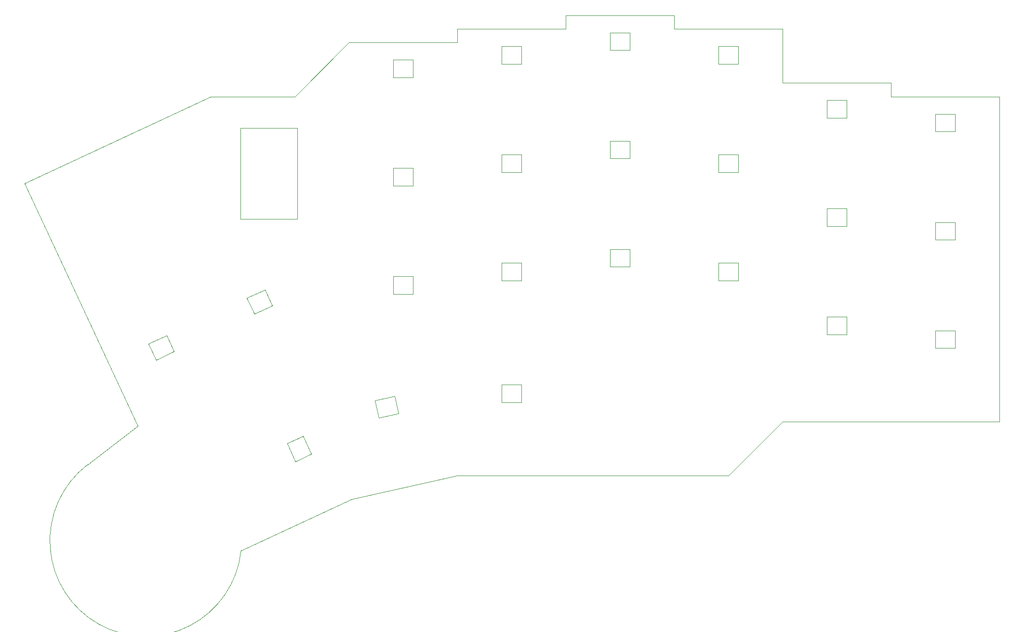
<source format=gbr>
%TF.GenerationSoftware,KiCad,Pcbnew,7.0.5*%
%TF.CreationDate,2024-03-19T12:28:54+08:00*%
%TF.ProjectId,Prime52right,5072696d-6535-4327-9269-6768742e6b69,rev?*%
%TF.SameCoordinates,Original*%
%TF.FileFunction,Profile,NP*%
%FSLAX46Y46*%
G04 Gerber Fmt 4.6, Leading zero omitted, Abs format (unit mm)*
G04 Created by KiCad (PCBNEW 7.0.5) date 2024-03-19 12:28:54*
%MOMM*%
%LPD*%
G01*
G04 APERTURE LIST*
%TA.AperFunction,Profile*%
%ADD10C,0.100000*%
%TD*%
%TA.AperFunction,Profile*%
%ADD11C,0.120000*%
%TD*%
%TA.AperFunction,Profile*%
%ADD12C,0.050000*%
%TD*%
G04 APERTURE END LIST*
D10*
X364057559Y-76988951D02*
X364057559Y-79369951D01*
X287857559Y-67463951D02*
X306907559Y-67463951D01*
X345007559Y-67463951D02*
X345007559Y-76988951D01*
X345007559Y-136519951D02*
X335482559Y-146044951D01*
X383107559Y-136519951D02*
X345007559Y-136519951D01*
X287857559Y-69844951D02*
X268807559Y-69844951D01*
X268807559Y-69844951D02*
X259282559Y-79369951D01*
X269259368Y-150167807D02*
X249847227Y-159219715D01*
X383107559Y-79369951D02*
X383107559Y-136519951D01*
X269258325Y-150166864D02*
X287857559Y-146044951D01*
X364057559Y-79369951D02*
X383107559Y-79369951D01*
X345007559Y-76988951D02*
X364057559Y-76988951D01*
X325957559Y-65081951D02*
X325957559Y-67463951D01*
X211824578Y-94616126D02*
X244527840Y-79369951D01*
X211825380Y-94616517D02*
X231740000Y-137300000D01*
X287857559Y-146044951D02*
X335482559Y-146044951D01*
X222845337Y-144142486D02*
X231740000Y-137300000D01*
X306907559Y-65081951D02*
X325957559Y-65081951D01*
X259282559Y-79369951D02*
X244527840Y-79369951D01*
X306907559Y-67463951D02*
X306907559Y-65081951D01*
X325957559Y-67463951D02*
X345007559Y-67463951D01*
X287857559Y-69844951D02*
X287857559Y-67463951D01*
X222845340Y-144142490D02*
G75*
G03*
X249847227Y-159219715I10251360J-13358310D01*
G01*
D11*
%TO.C,RE2*%
X259758000Y-100895000D02*
X259758000Y-84895000D01*
X259758000Y-100895000D02*
X249758000Y-100895000D01*
X259758000Y-84895000D02*
X249758000Y-84895000D01*
X249758000Y-84895000D02*
X249758000Y-100895000D01*
D12*
%TO.C,L42*%
X352783000Y-99084000D02*
X352783000Y-102184000D01*
X352783000Y-102184000D02*
X356283000Y-102184000D01*
X356283000Y-99084000D02*
X352783000Y-99084000D01*
X356283000Y-102184000D02*
X356283000Y-99084000D01*
%TO.C,L31*%
X299133000Y-73609000D02*
X299133000Y-70509000D01*
X299133000Y-70509000D02*
X295633000Y-70509000D01*
X295633000Y-73609000D02*
X299133000Y-73609000D01*
X295633000Y-70509000D02*
X295633000Y-73609000D01*
%TO.C,L24*%
X233577903Y-122871805D02*
X234888020Y-125681359D01*
X234888020Y-125681359D02*
X238060097Y-124202195D01*
X236749980Y-121392641D02*
X233577903Y-122871805D01*
X238060097Y-124202195D02*
X236749980Y-121392641D01*
%TO.C,L44*%
X375333000Y-85515000D02*
X375333000Y-82415000D01*
X375333000Y-82415000D02*
X371833000Y-82415000D01*
X371833000Y-85515000D02*
X375333000Y-85515000D01*
X371833000Y-82415000D02*
X371833000Y-85515000D01*
%TO.C,L34*%
X295633000Y-130040000D02*
X295633000Y-133140000D01*
X295633000Y-133140000D02*
X299133000Y-133140000D01*
X299133000Y-130040000D02*
X295633000Y-130040000D01*
X299133000Y-133140000D02*
X299133000Y-130040000D01*
%TO.C,L43*%
X352783000Y-80034000D02*
X352783000Y-83134000D01*
X352783000Y-83134000D02*
X356283000Y-83134000D01*
X356283000Y-80034000D02*
X352783000Y-80034000D01*
X356283000Y-83134000D02*
X356283000Y-80034000D01*
%TO.C,L41*%
X352783000Y-118134000D02*
X352783000Y-121234000D01*
X352783000Y-121234000D02*
X356283000Y-121234000D01*
X356283000Y-118134000D02*
X352783000Y-118134000D01*
X356283000Y-121234000D02*
X356283000Y-118134000D01*
%TO.C,L26*%
X260727085Y-139076055D02*
X257917531Y-140386172D01*
X257917531Y-140386172D02*
X259396695Y-143558249D01*
X262206249Y-142248132D02*
X260727085Y-139076055D01*
X259396695Y-143558249D02*
X262206249Y-142248132D01*
%TO.C,L39*%
X337233000Y-92659000D02*
X337233000Y-89559000D01*
X337233000Y-89559000D02*
X333733000Y-89559000D01*
X333733000Y-92659000D02*
X337233000Y-92659000D01*
X333733000Y-89559000D02*
X333733000Y-92659000D01*
%TO.C,L33*%
X299133000Y-111709000D02*
X299133000Y-108609000D01*
X299133000Y-108609000D02*
X295633000Y-108609000D01*
X295633000Y-111709000D02*
X299133000Y-111709000D01*
X295633000Y-108609000D02*
X295633000Y-111709000D01*
%TO.C,L32*%
X299133000Y-92659000D02*
X299133000Y-89559000D01*
X299133000Y-89559000D02*
X295633000Y-89559000D01*
X295633000Y-92659000D02*
X299133000Y-92659000D01*
X295633000Y-89559000D02*
X295633000Y-92659000D01*
%TO.C,L30*%
X276583000Y-72890000D02*
X276583000Y-75990000D01*
X276583000Y-75990000D02*
X280083000Y-75990000D01*
X280083000Y-72890000D02*
X276583000Y-72890000D01*
X280083000Y-75990000D02*
X280083000Y-72890000D01*
%TO.C,L45*%
X375333000Y-104565000D02*
X375333000Y-101465000D01*
X375333000Y-101465000D02*
X371833000Y-101465000D01*
X371833000Y-104565000D02*
X375333000Y-104565000D01*
X371833000Y-101465000D02*
X371833000Y-104565000D01*
%TO.C,L27*%
X273386001Y-132859511D02*
X274056963Y-135886028D01*
X274056963Y-135886028D02*
X277473999Y-135128489D01*
X276803037Y-132101972D02*
X273386001Y-132859511D01*
X277473999Y-135128489D02*
X276803037Y-132101972D01*
%TO.C,L36*%
X314683000Y-87178000D02*
X314683000Y-90278000D01*
X314683000Y-90278000D02*
X318183000Y-90278000D01*
X318183000Y-87178000D02*
X314683000Y-87178000D01*
X318183000Y-90278000D02*
X318183000Y-87178000D01*
%TO.C,L46*%
X375333000Y-123615000D02*
X375333000Y-120515000D01*
X375333000Y-120515000D02*
X371833000Y-120515000D01*
X371833000Y-123615000D02*
X375333000Y-123615000D01*
X371833000Y-120515000D02*
X371833000Y-123615000D01*
%TO.C,L29*%
X276583000Y-91940000D02*
X276583000Y-95040000D01*
X276583000Y-95040000D02*
X280083000Y-95040000D01*
X280083000Y-91940000D02*
X276583000Y-91940000D01*
X280083000Y-95040000D02*
X280083000Y-91940000D01*
%TO.C,L35*%
X314683000Y-106228000D02*
X314683000Y-109328000D01*
X314683000Y-109328000D02*
X318183000Y-109328000D01*
X318183000Y-106228000D02*
X314683000Y-106228000D01*
X318183000Y-109328000D02*
X318183000Y-106228000D01*
%TO.C,L28*%
X276583000Y-110990000D02*
X276583000Y-114090000D01*
X276583000Y-114090000D02*
X280083000Y-114090000D01*
X280083000Y-110990000D02*
X276583000Y-110990000D01*
X280083000Y-114090000D02*
X280083000Y-110990000D01*
%TO.C,L40*%
X337233000Y-111709000D02*
X337233000Y-108609000D01*
X337233000Y-108609000D02*
X333733000Y-108609000D01*
X333733000Y-111709000D02*
X337233000Y-111709000D01*
X333733000Y-108609000D02*
X333733000Y-111709000D01*
%TO.C,L25*%
X250842903Y-114820805D02*
X252153020Y-117630359D01*
X252153020Y-117630359D02*
X255325097Y-116151195D01*
X254014980Y-113341641D02*
X250842903Y-114820805D01*
X255325097Y-116151195D02*
X254014980Y-113341641D01*
%TO.C,L38*%
X337233000Y-73609000D02*
X337233000Y-70509000D01*
X337233000Y-70509000D02*
X333733000Y-70509000D01*
X333733000Y-73609000D02*
X337233000Y-73609000D01*
X333733000Y-70509000D02*
X333733000Y-73609000D01*
%TO.C,L37*%
X314683000Y-68128000D02*
X314683000Y-71228000D01*
X314683000Y-71228000D02*
X318183000Y-71228000D01*
X318183000Y-68128000D02*
X314683000Y-68128000D01*
X318183000Y-71228000D02*
X318183000Y-68128000D01*
%TD*%
M02*

</source>
